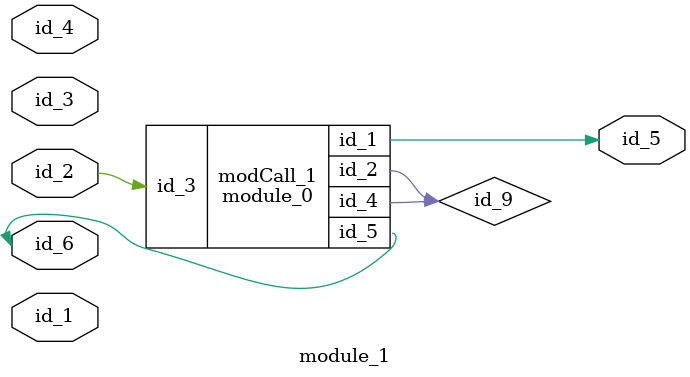
<source format=v>
module module_0 (
    id_1,
    id_2,
    id_3,
    id_4,
    id_5
);
  inout wire id_5;
  output wire id_4;
  input wire id_3;
  output wire id_2;
  output wire id_1;
  assign id_4 = -1;
  assign id_4 = -1;
endmodule
module module_1 (
    id_1,
    id_2,
    id_3,
    id_4,
    id_5,
    id_6
);
  inout wire id_6;
  output wire id_5;
  inout wire id_4;
  input wire id_3;
  input wire id_2;
  input wire id_1;
  task id_7;
    id_6 = -1;
    if (1'b0) id_5 = (1);
    else id_6 = id_4[1];
  endtask
  wire id_8, id_9;
  module_0 modCall_1 (
      id_5,
      id_9,
      id_2,
      id_9,
      id_6
  );
  wire id_10, id_11;
endmodule

</source>
